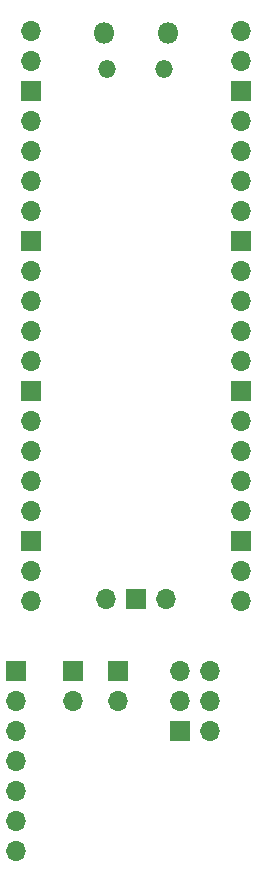
<source format=gbr>
%TF.GenerationSoftware,KiCad,Pcbnew,6.0.8-f2edbf62ab~116~ubuntu22.04.1*%
%TF.CreationDate,2022-10-03T19:03:55-04:00*%
%TF.ProjectId,PicoProbeProgrammerBoard,5069636f-5072-46f6-9265-50726f677261,rev?*%
%TF.SameCoordinates,Original*%
%TF.FileFunction,Soldermask,Bot*%
%TF.FilePolarity,Negative*%
%FSLAX46Y46*%
G04 Gerber Fmt 4.6, Leading zero omitted, Abs format (unit mm)*
G04 Created by KiCad (PCBNEW 6.0.8-f2edbf62ab~116~ubuntu22.04.1) date 2022-10-03 19:03:55*
%MOMM*%
%LPD*%
G01*
G04 APERTURE LIST*
%ADD10R,1.700000X1.700000*%
%ADD11O,1.700000X1.700000*%
%ADD12O,1.500000X1.500000*%
%ADD13O,1.800000X1.800000*%
G04 APERTURE END LIST*
D10*
%TO.C,J2*%
X118618000Y-75184000D03*
D11*
X118618000Y-77724000D03*
X118618000Y-80264000D03*
X118618000Y-82804000D03*
X118618000Y-85344000D03*
X118618000Y-87884000D03*
X118618000Y-90424000D03*
%TD*%
D10*
%TO.C,ExtraConns*%
X132461000Y-80264000D03*
D11*
X135001000Y-80264000D03*
X132461000Y-77724000D03*
X135001000Y-77724000D03*
X132461000Y-75184000D03*
X135001000Y-75184000D03*
%TD*%
D10*
%TO.C,3v3*%
X127254000Y-75184000D03*
D11*
X127254000Y-77724000D03*
%TD*%
D10*
%TO.C,5v*%
X123444000Y-75184000D03*
D11*
X123444000Y-77724000D03*
%TD*%
D12*
%TO.C,U1*%
X131175000Y-24180000D03*
X126325000Y-24180000D03*
D13*
X126025000Y-21150000D03*
X131475000Y-21150000D03*
D11*
X119860000Y-21020000D03*
X119860000Y-23560000D03*
D10*
X119860000Y-26100000D03*
D11*
X119860000Y-28640000D03*
X119860000Y-31180000D03*
X119860000Y-33720000D03*
X119860000Y-36260000D03*
D10*
X119860000Y-38800000D03*
D11*
X119860000Y-41340000D03*
X119860000Y-43880000D03*
X119860000Y-46420000D03*
X119860000Y-48960000D03*
D10*
X119860000Y-51500000D03*
D11*
X119860000Y-54040000D03*
X119860000Y-56580000D03*
X119860000Y-59120000D03*
X119860000Y-61660000D03*
D10*
X119860000Y-64200000D03*
D11*
X119860000Y-66740000D03*
X119860000Y-69280000D03*
X137640000Y-69280000D03*
X137640000Y-66740000D03*
D10*
X137640000Y-64200000D03*
D11*
X137640000Y-61660000D03*
X137640000Y-59120000D03*
X137640000Y-56580000D03*
X137640000Y-54040000D03*
D10*
X137640000Y-51500000D03*
D11*
X137640000Y-48960000D03*
X137640000Y-46420000D03*
X137640000Y-43880000D03*
X137640000Y-41340000D03*
D10*
X137640000Y-38800000D03*
D11*
X137640000Y-36260000D03*
X137640000Y-33720000D03*
X137640000Y-31180000D03*
X137640000Y-28640000D03*
D10*
X137640000Y-26100000D03*
D11*
X137640000Y-23560000D03*
X137640000Y-21020000D03*
X126210000Y-69050000D03*
D10*
X128750000Y-69050000D03*
D11*
X131290000Y-69050000D03*
%TD*%
M02*

</source>
